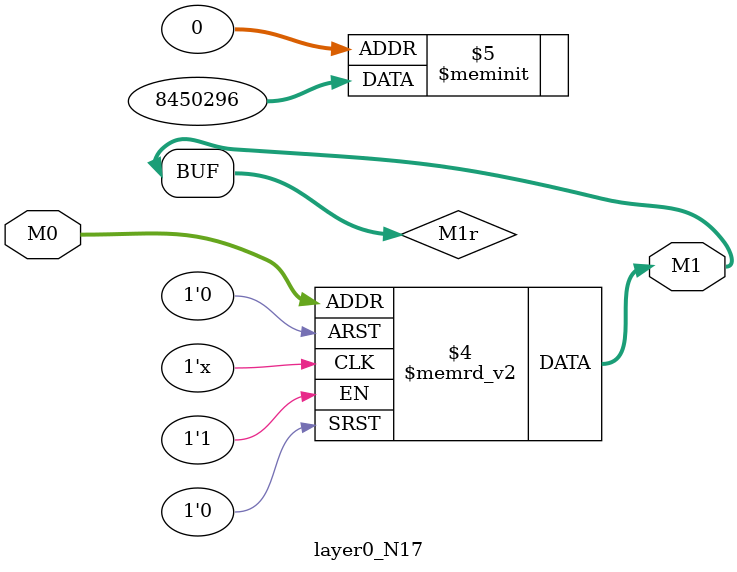
<source format=v>
module layer0_N17 ( input [3:0] M0, output [1:0] M1 );

	(*rom_style = "distributed" *) reg [1:0] M1r;
	assign M1 = M1r;
	always @ (M0) begin
		case (M0)
			4'b0000: M1r = 2'b00;
			4'b1000: M1r = 2'b00;
			4'b0100: M1r = 2'b00;
			4'b1100: M1r = 2'b00;
			4'b0010: M1r = 2'b11;
			4'b1010: M1r = 2'b00;
			4'b0110: M1r = 2'b11;
			4'b1110: M1r = 2'b00;
			4'b0001: M1r = 2'b10;
			4'b1001: M1r = 2'b00;
			4'b0101: M1r = 2'b00;
			4'b1101: M1r = 2'b00;
			4'b0011: M1r = 2'b11;
			4'b1011: M1r = 2'b10;
			4'b0111: M1r = 2'b11;
			4'b1111: M1r = 2'b00;

		endcase
	end
endmodule

</source>
